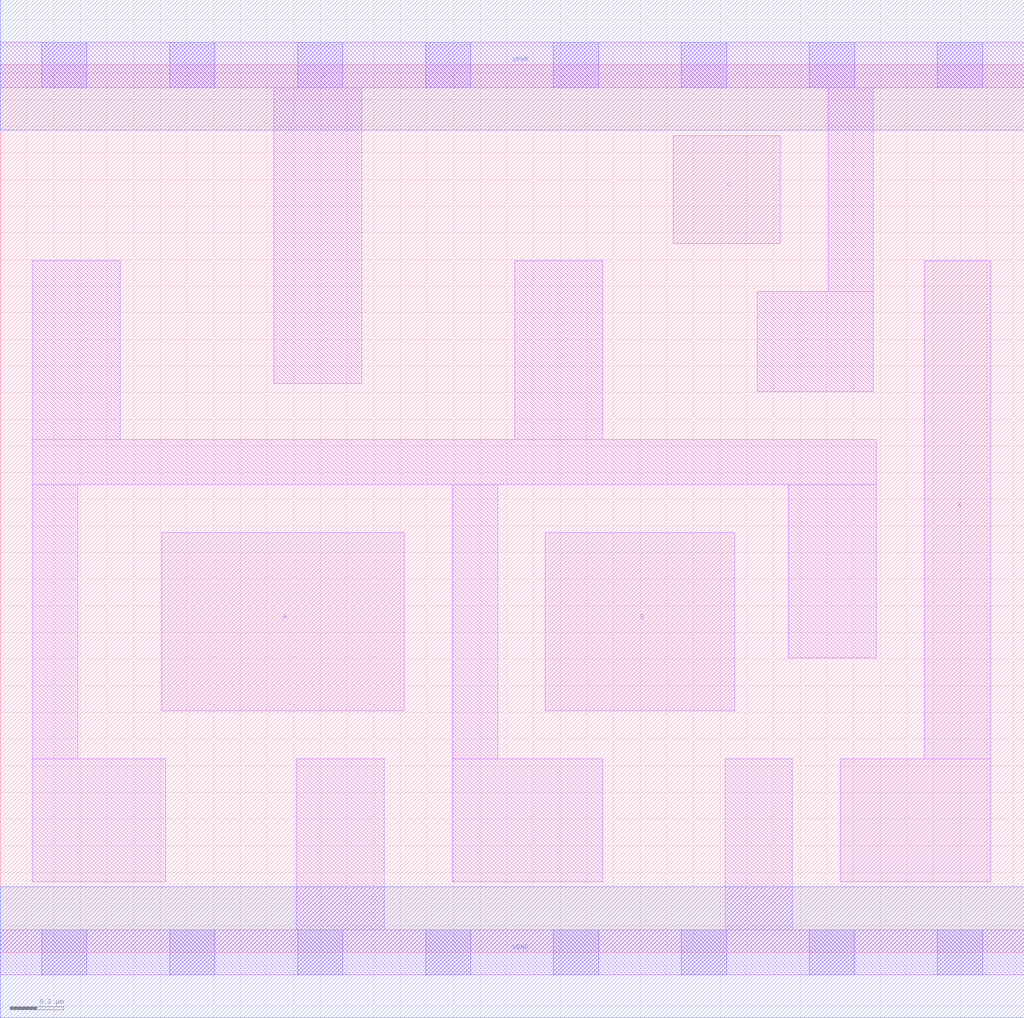
<source format=lef>
# Copyright 2020 The SkyWater PDK Authors
#
# Licensed under the Apache License, Version 2.0 (the "License");
# you may not use this file except in compliance with the License.
# You may obtain a copy of the License at
#
#     https://www.apache.org/licenses/LICENSE-2.0
#
# Unless required by applicable law or agreed to in writing, software
# distributed under the License is distributed on an "AS IS" BASIS,
# WITHOUT WARRANTIES OR CONDITIONS OF ANY KIND, either express or implied.
# See the License for the specific language governing permissions and
# limitations under the License.
#
# SPDX-License-Identifier: Apache-2.0

VERSION 5.7 ;
  NOWIREEXTENSIONATPIN ON ;
  DIVIDERCHAR "/" ;
  BUSBITCHARS "[]" ;
UNITS
  DATABASE MICRONS 200 ;
END UNITS
MACRO sky130_fd_sc_lp__maj3_0
  CLASS CORE ;
  FOREIGN sky130_fd_sc_lp__maj3_0 ;
  ORIGIN  0.000000  0.000000 ;
  SIZE  3.840000 BY  3.330000 ;
  SYMMETRY X Y R90 ;
  SITE unit ;
  PIN A
    ANTENNAGATEAREA  0.252000 ;
    DIRECTION INPUT ;
    USE SIGNAL ;
    PORT
      LAYER li1 ;
        RECT 0.605000 0.905000 1.515000 1.575000 ;
    END
  END A
  PIN B
    ANTENNAGATEAREA  0.252000 ;
    DIRECTION INPUT ;
    USE SIGNAL ;
    PORT
      LAYER li1 ;
        RECT 2.045000 0.905000 2.755000 1.575000 ;
    END
  END B
  PIN C
    ANTENNAGATEAREA  0.252000 ;
    DIRECTION INPUT ;
    USE SIGNAL ;
    PORT
      LAYER li1 ;
        RECT 2.525000 2.660000 2.925000 3.065000 ;
    END
  END C
  PIN X
    ANTENNADIFFAREA  0.375700 ;
    DIRECTION OUTPUT ;
    USE SIGNAL ;
    PORT
      LAYER li1 ;
        RECT 3.150000 0.265000 3.715000 0.725000 ;
        RECT 3.465000 0.725000 3.715000 2.595000 ;
    END
  END X
  PIN VGND
    DIRECTION INOUT ;
    USE GROUND ;
    PORT
      LAYER met1 ;
        RECT 0.000000 -0.245000 3.840000 0.245000 ;
    END
  END VGND
  PIN VPWR
    DIRECTION INOUT ;
    USE POWER ;
    PORT
      LAYER met1 ;
        RECT 0.000000 3.085000 3.840000 3.575000 ;
    END
  END VPWR
  OBS
    LAYER li1 ;
      RECT 0.000000 -0.085000 3.840000 0.085000 ;
      RECT 0.000000  3.245000 3.840000 3.415000 ;
      RECT 0.120000  0.265000 0.620000 0.725000 ;
      RECT 0.120000  0.725000 0.290000 1.755000 ;
      RECT 0.120000  1.755000 3.285000 1.925000 ;
      RECT 0.120000  1.925000 0.450000 2.595000 ;
      RECT 1.025000  2.135000 1.355000 3.245000 ;
      RECT 1.110000  0.085000 1.440000 0.725000 ;
      RECT 1.695000  0.265000 2.260000 0.725000 ;
      RECT 1.695000  0.725000 1.865000 1.755000 ;
      RECT 1.930000  1.925000 2.260000 2.595000 ;
      RECT 2.720000  0.085000 2.970000 0.725000 ;
      RECT 2.840000  2.105000 3.275000 2.480000 ;
      RECT 2.955000  1.105000 3.285000 1.755000 ;
      RECT 3.105000  2.480000 3.275000 3.245000 ;
    LAYER mcon ;
      RECT 0.155000 -0.085000 0.325000 0.085000 ;
      RECT 0.155000  3.245000 0.325000 3.415000 ;
      RECT 0.635000 -0.085000 0.805000 0.085000 ;
      RECT 0.635000  3.245000 0.805000 3.415000 ;
      RECT 1.115000 -0.085000 1.285000 0.085000 ;
      RECT 1.115000  3.245000 1.285000 3.415000 ;
      RECT 1.595000 -0.085000 1.765000 0.085000 ;
      RECT 1.595000  3.245000 1.765000 3.415000 ;
      RECT 2.075000 -0.085000 2.245000 0.085000 ;
      RECT 2.075000  3.245000 2.245000 3.415000 ;
      RECT 2.555000 -0.085000 2.725000 0.085000 ;
      RECT 2.555000  3.245000 2.725000 3.415000 ;
      RECT 3.035000 -0.085000 3.205000 0.085000 ;
      RECT 3.035000  3.245000 3.205000 3.415000 ;
      RECT 3.515000 -0.085000 3.685000 0.085000 ;
      RECT 3.515000  3.245000 3.685000 3.415000 ;
  END
END sky130_fd_sc_lp__maj3_0
END LIBRARY

</source>
